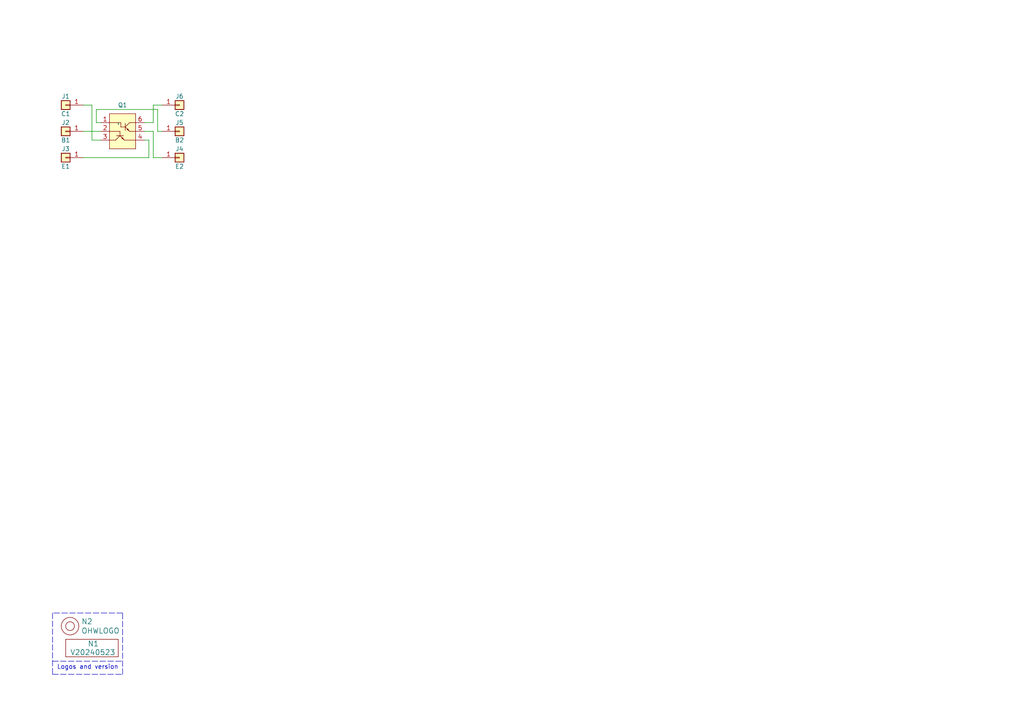
<source format=kicad_sch>
(kicad_sch (version 20230121) (generator eeschema)
  (paper "A4")
  (lib_symbols
    (symbol "Connector_Generic:Conn_01x01" (pin_names (offset 1.016) hide)
      (property "Reference" "J" (at 0 2.54 0))
      (property "Value" "Conn_01x01" (at 0 -2.54 0))
      (symbol "Conn_01x01_1_1"
        (rectangle (start -1.27 0.127) (end 0 -0.127) (stroke (width 0.1524)))
        (rectangle (start -1.27 1.27) (end 1.27 -1.27) (stroke (width 0.254)) (fill (type background)))
        (pin passive line (at -5.08 0 0) (length 3.81) (name "Pin_1") (number "1"))
      )
    )
    (symbol "SquantorLabels:OHWLOGO" (pin_names (offset 1.016))
      (property "Reference" "N" (at 0 3.81 0))
      (property "Value" "OHWLOGO" (at 0 -3.81 0))
      (symbol "OHWLOGO_0_1"
        (circle (center 0 0) (radius 1.27))
        (circle (center 0 0) (radius 2.54))
      )
    )
    (symbol "SquantorLabels:VYYYYMMDD" (pin_names (offset 1.016))
      (property "Reference" "N" (at 0 2.54 0))
      (property "Value" "VYYYYMMDD" (at 0 0 0))
      (symbol "VYYYYMMDD_0_1"
        (rectangle (start 7.62 -1.27) (end -7.62 3.81))
      )
    )
    (symbol "SquantorTransistor:dual_NBJT_baseon12"
      (property "Reference" "Q" (at 0 6.35 0))
      (symbol "dual_NBJT_baseon12_0_1"
        (polyline (pts (xy -2.032 -2.54) (xy -3.81 -2.54)))
        (polyline (pts (xy -0.762 -1.27) (xy -2.032 -2.54)))
        (polyline (pts (xy -0.762 -1.27) (xy -0.762 0)))
        (polyline (pts (xy -0.762 -1.27) (xy 0.508 -2.54)))
        (polyline (pts (xy -0.762 0) (xy -3.81 0)))
        (polyline (pts (xy 0.254 -1.27) (xy -1.778 -1.27)))
        (polyline (pts (xy 0.762 0.254) (xy 0.762 2.286)))
        (polyline (pts (xy 0.762 1.27) (xy -0.508 1.27)))
        (polyline (pts (xy 0.762 1.27) (xy 2.032 0)))
        (polyline (pts (xy 0.762 1.27) (xy 2.032 2.54)))
        (polyline (pts (xy 2.032 2.54) (xy 3.81 2.54)))
        (polyline (pts (xy 3.81 -2.54) (xy 0.508 -2.54)))
        (polyline (pts (xy 3.81 0) (xy 2.032 0)))
        (polyline (pts (xy -3.81 2.54) (xy -0.508 2.54) (xy -0.508 1.27)))
        (polyline (pts (xy 0.254 -2.286) (xy 0 -1.778) (xy -0.254 -2.032) (xy 0.254 -2.286)))
        (polyline (pts (xy 1.778 0.254) (xy 1.27 0.508) (xy 1.524 0.762) (xy 1.778 0.254)))
      )
      (symbol "dual_NBJT_baseon12_1_1"
        (rectangle (start -3.81 5.08) (end 3.81 -5.08) (fill (type background)))
        (pin passive line (at -6.35 2.54 0) (length 2.54) (name "") (number "1"))
        (pin passive line (at -6.35 0 0) (length 2.54) (name "") (number "2"))
        (pin passive line (at -6.35 -2.54 0) (length 2.54) (name "") (number "3"))
        (pin passive line (at 6.35 -2.54 180) (length 2.54) (name "") (number "4"))
        (pin passive line (at 6.35 0 180) (length 2.54) (name "") (number "5"))
        (pin passive line (at 6.35 2.54 180) (length 2.54) (name "") (number "6"))
      )
    )
  )
  (wire (pts (xy 43.18 40.64) (xy 41.91 40.64)))
  (wire (pts (xy 44.45 38.1) (xy 44.45 45.72)))
  (wire (pts (xy 27.94 31.75) (xy 45.72 31.75)))
  (polyline (pts (xy 15.24 191.77) (xy 35.56 191.77)) (stroke (width 0) (type dash)))
  (polyline (pts (xy 35.56 177.8) (xy 15.24 177.8)) (stroke (width 0) (type dash)))
  (wire (pts (xy 29.21 40.64) (xy 26.67 40.64)))
  (polyline (pts (xy 15.24 177.8) (xy 15.24 195.58)) (stroke (width 0) (type dash)))
  (wire (pts (xy 27.94 35.56) (xy 27.94 31.75)))
  (wire (pts (xy 24.13 45.72) (xy 43.18 45.72)))
  (wire (pts (xy 44.45 45.72) (xy 46.99 45.72)))
  (wire (pts (xy 44.45 35.56) (xy 44.45 30.48)))
  (wire (pts (xy 44.45 30.48) (xy 46.99 30.48)))
  (wire (pts (xy 26.67 40.64) (xy 26.67 30.48)))
  (wire (pts (xy 45.72 38.1) (xy 46.99 38.1)))
  (wire (pts (xy 29.21 35.56) (xy 27.94 35.56)))
  (wire (pts (xy 24.13 38.1) (xy 29.21 38.1)))
  (wire (pts (xy 45.72 31.75) (xy 45.72 38.1)))
  (polyline (pts (xy 35.56 195.58) (xy 35.56 177.8)) (stroke (width 0) (type dash)))
  (wire (pts (xy 41.91 38.1) (xy 44.45 38.1)))
  (polyline (pts (xy 15.24 195.58) (xy 35.56 195.58)) (stroke (width 0) (type dash)))
  (wire (pts (xy 43.18 45.72) (xy 43.18 40.64)))
  (wire (pts (xy 41.91 35.56) (xy 44.45 35.56)))
  (wire (pts (xy 26.67 30.48) (xy 24.13 30.48)))
  (text "Logos and version" (at 16.51 194.31 0) (effects (font (size 1.27 1.27)) (justify left bottom)))
  (symbol (lib_id "SquantorLabels:VYYYYMMDD") (at 26.67 189.23 0) (unit 1)
    (property "Reference" "N1" (at 25.4 186.69 0) (effects (font (size 1.524 1.524)) (justify left)))
    (property "Value" "V20240523" (at 20.32 189.23 0) (effects (font (size 1.524 1.524)) (justify left)))
    (property "Footprint" "SquantorLabels:Label_Generic" (effects hide))
  )
  (symbol (lib_id "SquantorLabels:OHWLOGO") (at 20.32 181.61 0) (unit 1)
    (property "Reference" "N2" (at 23.5712 180.2638 0) (effects (font (size 1.524 1.524)) (justify left)))
    (property "Value" "OHWLOGO" (at 23.5712 182.9562 0) (effects (font (size 1.524 1.524)) (justify left)))
    (property "Footprint" "Symbol:OSHW-Symbol_6.7x6mm_SilkScreen" (effects hide))
  )
  (symbol (lib_id "Connector_Generic:Conn_01x01") (at 19.05 38.1 180) (unit 1)
    (property "Reference" "J2" (at 19.05 35.56 0))
    (property "Value" "B1" (at 19.05 40.64 0))
    (property "Footprint" "mill-max:PC_pin_nail_head_6092" (effects hide))
  )
  (symbol (lib_id "Connector_Generic:Conn_01x01") (at 19.05 30.48 180) (unit 1)
    (property "Reference" "J1" (at 19.05 27.94 0))
    (property "Value" "C1" (at 19.05 33.02 0))
    (property "Footprint" "mill-max:PC_pin_nail_head_6092" (effects hide))
  )
  (symbol (lib_id "Connector_Generic:Conn_01x01") (at 19.05 45.72 0) (mirror y) (unit 1)
    (property "Reference" "J3" (at 19.05 43.18 0))
    (property "Value" "E1" (at 19.05 48.26 0))
    (property "Footprint" "mill-max:PC_pin_nail_head_6092" (effects hide))
  )
  (symbol (lib_id "Connector_Generic:Conn_01x01") (at 52.07 45.72 0) (mirror x) (unit 1)
    (property "Reference" "J4" (at 52.07 43.18 0))
    (property "Value" "E2" (at 52.07 48.26 0))
    (property "Footprint" "mill-max:PC_pin_nail_head_6092" (effects hide))
  )
  (symbol (lib_id "Connector_Generic:Conn_01x01") (at 52.07 38.1 0) (unit 1)
    (property "Reference" "J5" (at 52.07 35.56 0))
    (property "Value" "B2" (at 52.07 40.64 0))
    (property "Footprint" "mill-max:PC_pin_nail_head_6092" (effects hide))
  )
  (symbol (lib_id "Connector_Generic:Conn_01x01") (at 52.07 30.48 0) (mirror x) (unit 1)
    (property "Reference" "J6" (at 52.07 27.94 0))
    (property "Value" "C2" (at 52.07 33.02 0))
    (property "Footprint" "mill-max:PC_pin_nail_head_6092" (effects hide))
  )
  (symbol (lib_id "SquantorTransistor:dual_NBJT_baseon12") (at 35.56 38.1 0) (unit 1)
    (property "Reference" "Q1" (at 35.56 30.48 0))
    (property "Value" "~" (at 34.29 35.814 90))
    (property "Footprint" "SquantorIC:SOT363-NXP-hand" (effects hide))
  )
)
</source>
